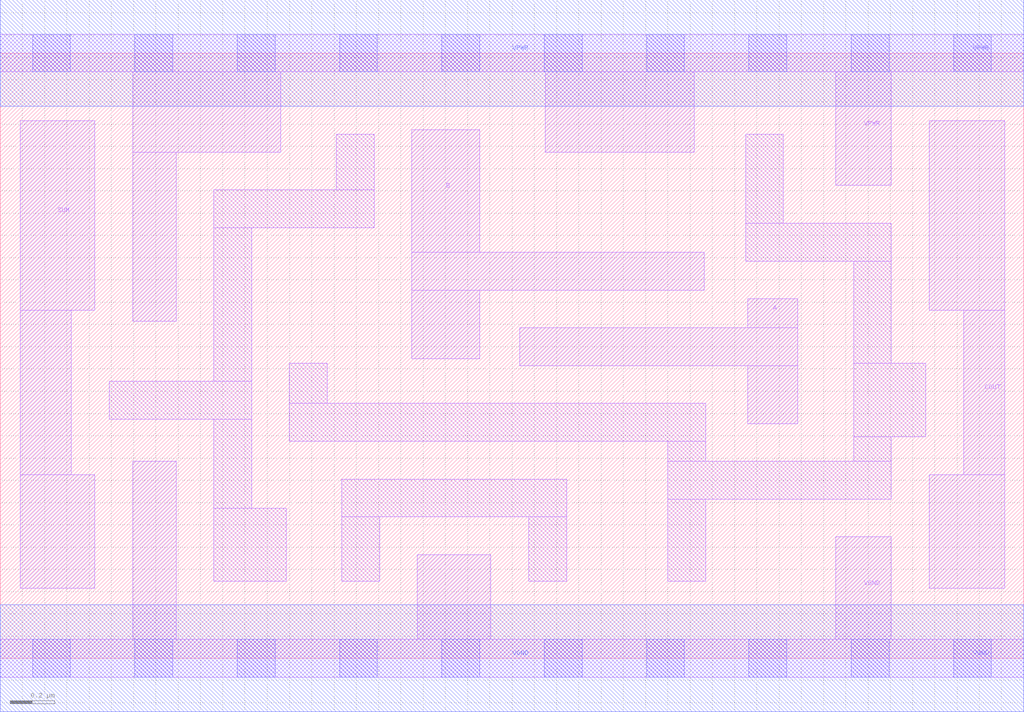
<source format=lef>
# Copyright 2020 The SkyWater PDK Authors
#
# Licensed under the Apache License, Version 2.0 (the "License");
# you may not use this file except in compliance with the License.
# You may obtain a copy of the License at
#
#     https://www.apache.org/licenses/LICENSE-2.0
#
# Unless required by applicable law or agreed to in writing, software
# distributed under the License is distributed on an "AS IS" BASIS,
# WITHOUT WARRANTIES OR CONDITIONS OF ANY KIND, either express or implied.
# See the License for the specific language governing permissions and
# limitations under the License.
#
# SPDX-License-Identifier: Apache-2.0

VERSION 5.7 ;
  NAMESCASESENSITIVE ON ;
  NOWIREEXTENSIONATPIN ON ;
  DIVIDERCHAR "/" ;
  BUSBITCHARS "[]" ;
UNITS
  DATABASE MICRONS 200 ;
END UNITS
MACRO sky130_fd_sc_hd__ha_1
  CLASS CORE ;
  SOURCE USER ;
  FOREIGN sky130_fd_sc_hd__ha_1 ;
  ORIGIN  0.000000  0.000000 ;
  SIZE  4.600000 BY  2.720000 ;
  SYMMETRY X Y R90 ;
  SITE unithd ;
  PIN A
    ANTENNAGATEAREA  0.252000 ;
    DIRECTION INPUT ;
    USE SIGNAL ;
    PORT
      LAYER li1 ;
        RECT 2.335000 1.315000 3.585000 1.485000 ;
        RECT 3.360000 1.055000 3.585000 1.315000 ;
        RECT 3.360000 1.485000 3.585000 1.615000 ;
    END
  END A
  PIN B
    ANTENNAGATEAREA  0.252000 ;
    DIRECTION INPUT ;
    USE SIGNAL ;
    PORT
      LAYER li1 ;
        RECT 1.850000 1.345000 2.155000 1.655000 ;
        RECT 1.850000 1.655000 3.165000 1.825000 ;
        RECT 1.850000 1.825000 2.155000 2.375000 ;
    END
  END B
  PIN COUT
    ANTENNADIFFAREA  0.429000 ;
    DIRECTION OUTPUT ;
    USE SIGNAL ;
    PORT
      LAYER li1 ;
        RECT 4.175000 0.315000 4.515000 0.825000 ;
        RECT 4.175000 1.565000 4.515000 2.415000 ;
        RECT 4.330000 0.825000 4.515000 1.565000 ;
    END
  END COUT
  PIN SUM
    ANTENNADIFFAREA  0.429000 ;
    DIRECTION OUTPUT ;
    USE SIGNAL ;
    PORT
      LAYER li1 ;
        RECT 0.090000 0.315000 0.425000 0.825000 ;
        RECT 0.090000 0.825000 0.320000 1.565000 ;
        RECT 0.090000 1.565000 0.425000 2.415000 ;
    END
  END SUM
  PIN VGND
    DIRECTION INOUT ;
    SHAPE ABUTMENT ;
    USE GROUND ;
    PORT
      LAYER li1 ;
        RECT 0.000000 -0.085000 4.600000 0.085000 ;
        RECT 0.595000  0.085000 0.790000 0.885000 ;
        RECT 1.875000  0.085000 2.205000 0.465000 ;
        RECT 3.755000  0.085000 4.005000 0.545000 ;
      LAYER mcon ;
        RECT 0.145000 -0.085000 0.315000 0.085000 ;
        RECT 0.605000 -0.085000 0.775000 0.085000 ;
        RECT 1.065000 -0.085000 1.235000 0.085000 ;
        RECT 1.525000 -0.085000 1.695000 0.085000 ;
        RECT 1.985000 -0.085000 2.155000 0.085000 ;
        RECT 2.445000 -0.085000 2.615000 0.085000 ;
        RECT 2.905000 -0.085000 3.075000 0.085000 ;
        RECT 3.365000 -0.085000 3.535000 0.085000 ;
        RECT 3.825000 -0.085000 3.995000 0.085000 ;
        RECT 4.285000 -0.085000 4.455000 0.085000 ;
      LAYER met1 ;
        RECT 0.000000 -0.240000 4.600000 0.240000 ;
    END
  END VGND
  PIN VPWR
    DIRECTION INOUT ;
    SHAPE ABUTMENT ;
    USE POWER ;
    PORT
      LAYER li1 ;
        RECT 0.000000 2.635000 4.600000 2.805000 ;
        RECT 0.595000 1.515000 0.790000 2.275000 ;
        RECT 0.595000 2.275000 1.260000 2.635000 ;
        RECT 2.450000 2.275000 3.120000 2.635000 ;
        RECT 3.755000 2.125000 4.005000 2.635000 ;
      LAYER mcon ;
        RECT 0.145000 2.635000 0.315000 2.805000 ;
        RECT 0.605000 2.635000 0.775000 2.805000 ;
        RECT 1.065000 2.635000 1.235000 2.805000 ;
        RECT 1.525000 2.635000 1.695000 2.805000 ;
        RECT 1.985000 2.635000 2.155000 2.805000 ;
        RECT 2.445000 2.635000 2.615000 2.805000 ;
        RECT 2.905000 2.635000 3.075000 2.805000 ;
        RECT 3.365000 2.635000 3.535000 2.805000 ;
        RECT 3.825000 2.635000 3.995000 2.805000 ;
        RECT 4.285000 2.635000 4.455000 2.805000 ;
      LAYER met1 ;
        RECT 0.000000 2.480000 4.600000 2.960000 ;
    END
  END VPWR
  OBS
    LAYER li1 ;
      RECT 0.490000 1.075000 1.130000 1.245000 ;
      RECT 0.960000 0.345000 1.285000 0.675000 ;
      RECT 0.960000 0.675000 1.130000 1.075000 ;
      RECT 0.960000 1.245000 1.130000 1.935000 ;
      RECT 0.960000 1.935000 1.680000 2.105000 ;
      RECT 1.300000 0.975000 3.170000 1.145000 ;
      RECT 1.300000 1.145000 1.470000 1.325000 ;
      RECT 1.510000 2.105000 1.680000 2.355000 ;
      RECT 1.535000 0.345000 1.705000 0.635000 ;
      RECT 1.535000 0.635000 2.545000 0.805000 ;
      RECT 2.375000 0.345000 2.545000 0.635000 ;
      RECT 3.000000 0.345000 3.170000 0.715000 ;
      RECT 3.000000 0.715000 4.005000 0.885000 ;
      RECT 3.000000 0.885000 3.170000 0.975000 ;
      RECT 3.350000 1.785000 4.005000 1.955000 ;
      RECT 3.350000 1.955000 3.520000 2.355000 ;
      RECT 3.835000 0.885000 4.005000 0.995000 ;
      RECT 3.835000 0.995000 4.160000 1.325000 ;
      RECT 3.835000 1.325000 4.005000 1.785000 ;
  END
END sky130_fd_sc_hd__ha_1

</source>
